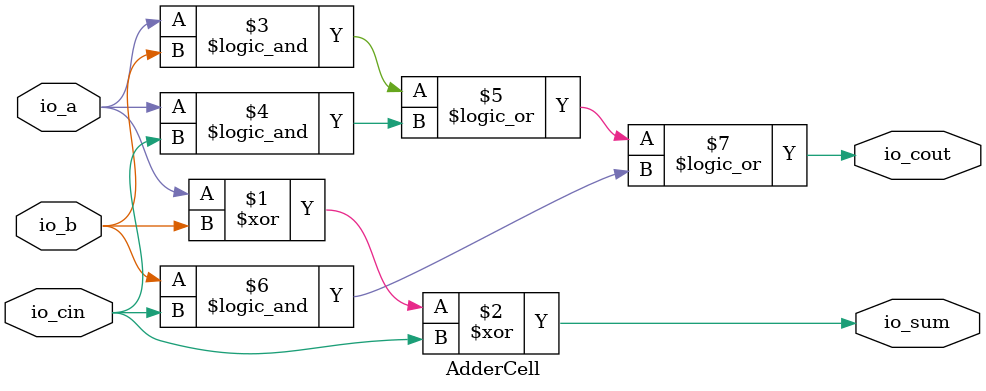
<source format=sv>



module Adder (
);
  wire                _zz_1;
  wire                _zz_2;
  wire                _zz_3;
  wire                _zz_4;
  wire                _zz_5;
  wire                _zz_6;
  wire                _zz_7;
  wire                _zz_8;
  wire                _zz_9;
  wire                _zz_10;
  wire                _zz_11;
  wire                _zz_12;
  wire                _zz_13;
  wire                _zz_14;
  wire                _zz_15;
  wire                _zz_16;
  wire                _zz_17;
  wire                _zz_18;
  wire                _zz_19;
  wire                _zz_20;
  wire                _zz_21;
  wire                _zz_22;
  wire                _zz_23;
  wire                _zz_24;
  wire                _zz_25;
  wire                _zz_26;
  wire                _zz_27;
  wire                _zz_28;
  wire                cell0_io_sum;
  wire                cell0_io_cout;
  wire                cell1_io_sum;
  wire                cell1_io_cout;
  wire                cellArray_0_io_sum;
  wire                cellArray_0_io_cout;
  wire                cellArray_1_io_sum;
  wire                cellArray_1_io_cout;
  wire                cellArray_2_io_sum;
  wire                cellArray_2_io_cout;
  wire                cellArray_3_io_sum;
  wire                cellArray_3_io_cout;
  wire                cellArray_4_io_sum;
  wire                cellArray_4_io_cout;
  wire                cellArray_5_io_sum;
  wire                cellArray_5_io_cout;
  wire                cellArray_6_io_sum;
  wire                cellArray_6_io_cout;
  wire                cellArray_7_io_sum;
  wire                cellArray_7_io_cout;

  AdderCell cell0 (
    .io_a       (_zz_1          ), //i
    .io_b       (_zz_2          ), //i
    .io_cin     (_zz_3          ), //i
    .io_sum     (cell0_io_sum   ), //o
    .io_cout    (cell0_io_cout  )  //o
  );
  AdderCell cell1 (
    .io_a       (_zz_4          ), //i
    .io_b       (_zz_5          ), //i
    .io_cin     (cell0_io_cout  ), //i
    .io_sum     (cell1_io_sum   ), //o
    .io_cout    (cell1_io_cout  )  //o
  );
  AdderCell cellArray_0 (
    .io_a       (_zz_6                ), //i
    .io_b       (_zz_7                ), //i
    .io_cin     (_zz_8                ), //i
    .io_sum     (cellArray_0_io_sum   ), //o
    .io_cout    (cellArray_0_io_cout  )  //o
  );
  AdderCell cellArray_1 (
    .io_a       (_zz_9                ), //i
    .io_b       (_zz_10               ), //i
    .io_cin     (cellArray_0_io_cout  ), //i
    .io_sum     (cellArray_1_io_sum   ), //o
    .io_cout    (cellArray_1_io_cout  )  //o
  );
  AdderCell cellArray_2 (
    .io_a       (_zz_11               ), //i
    .io_b       (_zz_12               ), //i
    .io_cin     (_zz_13               ), //i
    .io_sum     (cellArray_2_io_sum   ), //o
    .io_cout    (cellArray_2_io_cout  )  //o
  );
  AdderCell cellArray_3 (
    .io_a       (_zz_14               ), //i
    .io_b       (_zz_15               ), //i
    .io_cin     (_zz_16               ), //i
    .io_sum     (cellArray_3_io_sum   ), //o
    .io_cout    (cellArray_3_io_cout  )  //o
  );
  AdderCell cellArray_4 (
    .io_a       (_zz_17               ), //i
    .io_b       (_zz_18               ), //i
    .io_cin     (_zz_19               ), //i
    .io_sum     (cellArray_4_io_sum   ), //o
    .io_cout    (cellArray_4_io_cout  )  //o
  );
  AdderCell cellArray_5 (
    .io_a       (_zz_20               ), //i
    .io_b       (_zz_21               ), //i
    .io_cin     (_zz_22               ), //i
    .io_sum     (cellArray_5_io_sum   ), //o
    .io_cout    (cellArray_5_io_cout  )  //o
  );
  AdderCell cellArray_6 (
    .io_a       (_zz_23               ), //i
    .io_b       (_zz_24               ), //i
    .io_cin     (_zz_25               ), //i
    .io_sum     (cellArray_6_io_sum   ), //o
    .io_cout    (cellArray_6_io_cout  )  //o
  );
  AdderCell cellArray_7 (
    .io_a       (_zz_26               ), //i
    .io_b       (_zz_27               ), //i
    .io_cin     (_zz_28               ), //i
    .io_sum     (cellArray_7_io_sum   ), //o
    .io_cout    (cellArray_7_io_cout  )  //o
  );

endmodule

//AdderCell replaced by AdderCell

//AdderCell replaced by AdderCell

//AdderCell replaced by AdderCell

//AdderCell replaced by AdderCell

//AdderCell replaced by AdderCell

//AdderCell replaced by AdderCell

//AdderCell replaced by AdderCell

//AdderCell replaced by AdderCell

//AdderCell replaced by AdderCell

module AdderCell (
  input               io_a,
  input               io_b,
  input               io_cin,
  output              io_sum,
  output              io_cout
);

  assign io_sum = ((io_a ^ io_b) ^ io_cin);
  assign io_cout = (((io_a && io_b) || (io_a && io_cin)) || (io_b && io_cin));

endmodule

</source>
